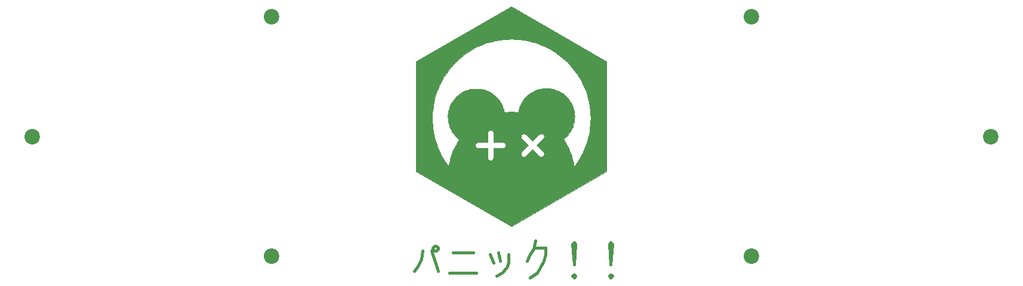
<source format=gbr>
%TF.GenerationSoftware,KiCad,Pcbnew,(6.0.4-0)*%
%TF.CreationDate,2023-01-08T13:34:09-06:00*%
%TF.ProjectId,babbit_bottom,62616262-6974-45f6-926f-74746f6d2e6b,rev?*%
%TF.SameCoordinates,Original*%
%TF.FileFunction,Soldermask,Top*%
%TF.FilePolarity,Negative*%
%FSLAX46Y46*%
G04 Gerber Fmt 4.6, Leading zero omitted, Abs format (unit mm)*
G04 Created by KiCad (PCBNEW (6.0.4-0)) date 2023-01-08 13:34:09*
%MOMM*%
%LPD*%
G01*
G04 APERTURE LIST*
%ADD10C,0.400000*%
%ADD11C,0.025000*%
%ADD12C,2.200000*%
G04 APERTURE END LIST*
D10*
X128619047Y-90214285D02*
X129571428Y-93071428D01*
X127428571Y-90214285D02*
X127190476Y-91404761D01*
X126714285Y-92357142D01*
X126238095Y-93071428D01*
X129095238Y-89500000D02*
X129333333Y-89500000D01*
X129571428Y-89738095D01*
X129571428Y-89976190D01*
X129333333Y-90214285D01*
X129095238Y-90214285D01*
X128857142Y-89976190D01*
X128857142Y-89738095D01*
X129095238Y-89500000D01*
X131714285Y-90452380D02*
X134571428Y-90452380D01*
X131238095Y-93309523D02*
X135047619Y-93309523D01*
X136952380Y-90690476D02*
X137428571Y-91880952D01*
X138142857Y-90452380D02*
X138380952Y-91642857D01*
X139571428Y-90690476D02*
X139571428Y-91880952D01*
X139333333Y-92595238D01*
X138619047Y-93309523D01*
X137904761Y-93785714D01*
X143380952Y-88785714D02*
X143142857Y-89976190D01*
X142666666Y-90690476D01*
X142190476Y-91642857D01*
X143380952Y-89738095D02*
X144809523Y-89738095D01*
X144809523Y-90690476D01*
X144571428Y-91642857D01*
X144095238Y-92595238D01*
X143619047Y-93309523D01*
X142666666Y-94023809D01*
X148857142Y-93547619D02*
X149095238Y-93785714D01*
X148857142Y-94023809D01*
X148619047Y-93785714D01*
X148857142Y-93547619D01*
X148857142Y-94023809D01*
X148857142Y-92119047D02*
X148619047Y-89261904D01*
X148857142Y-89023809D01*
X149095238Y-89261904D01*
X148857142Y-92119047D01*
X148857142Y-89023809D01*
X154095238Y-93547619D02*
X154333333Y-93785714D01*
X154095238Y-94023809D01*
X153857142Y-93785714D01*
X154095238Y-93547619D01*
X154095238Y-94023809D01*
X154095238Y-92119047D02*
X153857142Y-89261904D01*
X154095238Y-89023809D01*
X154333333Y-89261904D01*
X154095238Y-92119047D01*
X154095238Y-89023809D01*
D11*
G36*
X139991186Y-55568816D02*
G01*
X153495947Y-63365793D01*
X153495954Y-78959768D01*
X139991175Y-86756750D01*
X126486412Y-78959772D01*
X126486409Y-71404874D01*
X128755045Y-71404874D01*
X128765304Y-71889017D01*
X128795804Y-72367949D01*
X128846132Y-72841256D01*
X128915871Y-73308523D01*
X129004607Y-73769336D01*
X129111925Y-74223280D01*
X129237411Y-74669940D01*
X129380649Y-75108901D01*
X129541226Y-75539749D01*
X129718725Y-75962068D01*
X129912733Y-76375444D01*
X130122834Y-76779462D01*
X130348614Y-77173708D01*
X130589657Y-77557766D01*
X130845550Y-77931222D01*
X131115877Y-78293661D01*
X131154099Y-78028897D01*
X131199999Y-77766685D01*
X131253457Y-77507141D01*
X131314356Y-77250385D01*
X131382578Y-76996534D01*
X131458003Y-76745708D01*
X131540513Y-76498025D01*
X131629990Y-76253603D01*
X131726315Y-76012561D01*
X131829371Y-75775016D01*
X131939039Y-75541088D01*
X132055199Y-75310894D01*
X132102886Y-75222810D01*
X134835394Y-75222810D01*
X134835918Y-75244036D01*
X134837472Y-75264992D01*
X134840033Y-75285654D01*
X134843576Y-75305997D01*
X134848075Y-75325995D01*
X134853507Y-75345625D01*
X134859846Y-75364862D01*
X134867068Y-75383681D01*
X134875148Y-75402058D01*
X134884061Y-75419967D01*
X134893784Y-75437385D01*
X134904290Y-75454285D01*
X134915556Y-75470644D01*
X134927556Y-75486438D01*
X134940267Y-75501640D01*
X134953662Y-75516227D01*
X134967719Y-75530174D01*
X134982411Y-75543457D01*
X134997714Y-75556050D01*
X135013605Y-75567928D01*
X135030056Y-75579068D01*
X135047045Y-75589444D01*
X135064547Y-75599033D01*
X135082536Y-75607808D01*
X135100989Y-75615745D01*
X135119880Y-75622821D01*
X135139184Y-75629009D01*
X135158878Y-75634286D01*
X135178936Y-75638626D01*
X135199333Y-75642005D01*
X135220046Y-75644399D01*
X135241049Y-75645782D01*
X135241049Y-75646145D01*
X136584673Y-75646145D01*
X136584673Y-76989765D01*
X136585031Y-76989765D01*
X136586415Y-77010768D01*
X136588808Y-77031481D01*
X136592188Y-77051879D01*
X136596528Y-77071937D01*
X136601805Y-77091631D01*
X136607993Y-77110935D01*
X136615069Y-77129826D01*
X136623006Y-77148279D01*
X136631781Y-77166268D01*
X136641370Y-77183770D01*
X136651746Y-77200759D01*
X136662886Y-77217211D01*
X136674765Y-77233101D01*
X136687358Y-77248404D01*
X136700640Y-77263096D01*
X136714587Y-77277153D01*
X136729174Y-77290548D01*
X136744377Y-77303259D01*
X136760170Y-77315259D01*
X136776530Y-77326525D01*
X136793431Y-77337031D01*
X136810848Y-77346753D01*
X136828757Y-77355666D01*
X136847134Y-77363746D01*
X136865953Y-77370968D01*
X136885190Y-77377307D01*
X136904820Y-77382739D01*
X136924819Y-77387238D01*
X136945161Y-77390781D01*
X136965823Y-77393341D01*
X136986779Y-77394896D01*
X137008005Y-77395420D01*
X137029230Y-77394896D01*
X137050186Y-77393341D01*
X137070847Y-77390781D01*
X137091189Y-77387238D01*
X137111187Y-77382739D01*
X137130817Y-77377307D01*
X137150053Y-77370968D01*
X137168872Y-77363746D01*
X137187248Y-77355666D01*
X137205157Y-77346753D01*
X137222574Y-77337031D01*
X137239475Y-77326525D01*
X137255834Y-77315259D01*
X137271627Y-77303259D01*
X137286829Y-77290548D01*
X137301416Y-77277153D01*
X137315363Y-77263096D01*
X137328646Y-77248404D01*
X137341238Y-77233101D01*
X137353117Y-77217211D01*
X137364257Y-77200759D01*
X137374633Y-77183770D01*
X137384221Y-77166268D01*
X137392997Y-77148279D01*
X137400934Y-77129826D01*
X137408009Y-77110935D01*
X137414198Y-77091631D01*
X137419475Y-77071937D01*
X137423815Y-77051879D01*
X137427194Y-77031481D01*
X137429588Y-77010768D01*
X137430971Y-76989765D01*
X137431334Y-76989765D01*
X137431334Y-76467978D01*
X141314240Y-76467978D01*
X141315082Y-76487765D01*
X141316845Y-76507503D01*
X141319527Y-76527156D01*
X141323128Y-76546690D01*
X141327650Y-76566069D01*
X141333091Y-76585260D01*
X141339452Y-76604226D01*
X141346732Y-76622934D01*
X141354933Y-76641347D01*
X141364053Y-76659432D01*
X141374093Y-76677153D01*
X141385053Y-76694476D01*
X141396932Y-76711365D01*
X141409732Y-76727786D01*
X141423451Y-76743703D01*
X141438089Y-76759082D01*
X141453468Y-76773721D01*
X141469386Y-76787440D01*
X141485807Y-76800239D01*
X141502696Y-76812118D01*
X141520018Y-76823077D01*
X141537740Y-76833117D01*
X141555825Y-76842237D01*
X141574238Y-76850437D01*
X141592946Y-76857718D01*
X141611913Y-76864079D01*
X141631103Y-76869520D01*
X141650483Y-76874041D01*
X141670017Y-76877643D01*
X141689670Y-76880325D01*
X141709407Y-76882087D01*
X141729194Y-76882929D01*
X141748996Y-76882852D01*
X141768777Y-76881854D01*
X141788502Y-76879938D01*
X141808138Y-76877101D01*
X141827648Y-76873345D01*
X141846998Y-76868669D01*
X141866154Y-76863073D01*
X141885079Y-76856557D01*
X141903739Y-76849122D01*
X141922100Y-76840767D01*
X141940126Y-76831492D01*
X141957783Y-76821297D01*
X141975035Y-76810183D01*
X141991848Y-76798149D01*
X142008186Y-76785195D01*
X142024015Y-76771322D01*
X142024081Y-76771387D01*
X142024145Y-76771452D01*
X142024271Y-76771581D01*
X142974359Y-75821499D01*
X143911943Y-76759082D01*
X143924440Y-76771581D01*
X143924506Y-76771517D01*
X143924571Y-76771452D01*
X143924635Y-76771387D01*
X143924666Y-76771354D01*
X143924696Y-76771322D01*
X143940526Y-76785195D01*
X143956865Y-76798149D01*
X143973678Y-76810183D01*
X143990931Y-76821297D01*
X144008588Y-76831492D01*
X144026614Y-76840767D01*
X144044975Y-76849122D01*
X144063636Y-76856557D01*
X144082562Y-76863073D01*
X144101717Y-76868669D01*
X144121068Y-76873345D01*
X144140578Y-76877101D01*
X144160214Y-76879938D01*
X144179939Y-76881854D01*
X144199721Y-76882852D01*
X144219522Y-76882929D01*
X144239309Y-76882087D01*
X144259046Y-76880325D01*
X144278699Y-76877643D01*
X144298233Y-76874041D01*
X144317613Y-76869520D01*
X144336803Y-76864079D01*
X144355770Y-76857718D01*
X144374477Y-76850437D01*
X144392891Y-76842237D01*
X144410976Y-76833117D01*
X144428697Y-76823077D01*
X144446020Y-76812118D01*
X144462909Y-76800239D01*
X144479329Y-76787440D01*
X144495247Y-76773721D01*
X144510626Y-76759082D01*
X144525264Y-76743703D01*
X144538983Y-76727786D01*
X144551782Y-76711365D01*
X144563661Y-76694476D01*
X144574621Y-76677153D01*
X144584661Y-76659432D01*
X144593781Y-76641347D01*
X144601981Y-76622934D01*
X144609262Y-76604226D01*
X144615623Y-76585260D01*
X144621064Y-76566069D01*
X144625585Y-76546690D01*
X144629187Y-76527156D01*
X144631869Y-76507503D01*
X144633631Y-76487765D01*
X144634473Y-76467978D01*
X144634396Y-76448177D01*
X144633399Y-76428396D01*
X144631482Y-76408670D01*
X144628646Y-76389035D01*
X144624889Y-76369525D01*
X144620213Y-76350174D01*
X144614618Y-76331019D01*
X144608102Y-76312094D01*
X144600667Y-76293433D01*
X144592312Y-76275072D01*
X144583037Y-76257046D01*
X144572843Y-76239389D01*
X144561728Y-76222137D01*
X144549694Y-76205324D01*
X144536741Y-76188986D01*
X144522867Y-76173156D01*
X144523127Y-76172897D01*
X144510626Y-76160398D01*
X143573038Y-75222814D01*
X144510626Y-74285230D01*
X144523127Y-74272731D01*
X144523061Y-74272665D01*
X144522997Y-74272600D01*
X144522867Y-74272472D01*
X144536741Y-74256643D01*
X144549694Y-74240304D01*
X144561728Y-74223491D01*
X144572843Y-74206239D01*
X144583037Y-74188582D01*
X144592312Y-74170556D01*
X144600667Y-74152195D01*
X144608102Y-74133535D01*
X144614618Y-74114609D01*
X144620213Y-74095454D01*
X144624889Y-74076104D01*
X144628646Y-74056594D01*
X144631482Y-74036958D01*
X144633399Y-74017232D01*
X144634396Y-73997451D01*
X144634473Y-73977650D01*
X144633631Y-73957863D01*
X144631869Y-73938126D01*
X144629187Y-73918473D01*
X144625585Y-73898939D01*
X144621064Y-73879559D01*
X144615623Y-73860369D01*
X144609262Y-73841402D01*
X144601981Y-73822695D01*
X144593781Y-73804281D01*
X144584661Y-73786196D01*
X144574621Y-73768475D01*
X144563661Y-73751152D01*
X144551782Y-73734263D01*
X144538983Y-73717842D01*
X144525264Y-73701925D01*
X144510626Y-73686546D01*
X144495246Y-73671907D01*
X144479329Y-73658188D01*
X144462908Y-73645389D01*
X144446018Y-73633509D01*
X144428696Y-73622550D01*
X144410974Y-73612510D01*
X144392889Y-73603389D01*
X144374476Y-73595189D01*
X144355768Y-73587908D01*
X144336802Y-73581547D01*
X144317611Y-73576106D01*
X144298231Y-73571585D01*
X144278698Y-73567983D01*
X144259045Y-73565301D01*
X144239307Y-73563539D01*
X144219521Y-73562697D01*
X144199719Y-73562774D01*
X144179938Y-73563771D01*
X144160213Y-73565688D01*
X144140577Y-73568524D01*
X144121067Y-73572280D01*
X144101717Y-73576956D01*
X144082561Y-73582552D01*
X144063636Y-73589068D01*
X144044975Y-73596503D01*
X144026614Y-73604858D01*
X144008587Y-73614132D01*
X143990930Y-73624326D01*
X143973678Y-73635440D01*
X143956865Y-73647474D01*
X143940526Y-73660428D01*
X143924696Y-73674301D01*
X143924569Y-73674172D01*
X143924504Y-73674107D01*
X143924471Y-73674075D01*
X143924437Y-73674043D01*
X143912313Y-73686176D01*
X143912220Y-73686269D01*
X143912129Y-73686361D01*
X143911947Y-73686546D01*
X142974359Y-74624130D01*
X142036776Y-73686542D01*
X142024271Y-73674043D01*
X142024015Y-73674301D01*
X142008186Y-73660427D01*
X141991848Y-73647474D01*
X141975035Y-73635440D01*
X141957783Y-73624325D01*
X141940126Y-73614131D01*
X141922100Y-73604856D01*
X141903739Y-73596501D01*
X141885079Y-73589066D01*
X141866154Y-73582550D01*
X141846998Y-73576955D01*
X141827648Y-73572279D01*
X141808138Y-73568522D01*
X141788502Y-73565686D01*
X141768777Y-73563769D01*
X141748996Y-73562772D01*
X141729194Y-73562695D01*
X141709407Y-73563537D01*
X141689670Y-73565299D01*
X141670017Y-73567981D01*
X141650483Y-73571583D01*
X141631103Y-73576104D01*
X141611913Y-73581545D01*
X141592946Y-73587906D01*
X141574238Y-73595187D01*
X141555825Y-73603387D01*
X141537740Y-73612507D01*
X141520018Y-73622547D01*
X141502696Y-73633507D01*
X141485807Y-73645386D01*
X141469386Y-73658185D01*
X141453468Y-73671904D01*
X141438089Y-73686542D01*
X141423451Y-73701922D01*
X141409732Y-73717839D01*
X141396932Y-73734260D01*
X141385053Y-73751150D01*
X141374093Y-73768472D01*
X141364053Y-73786194D01*
X141354933Y-73804279D01*
X141346732Y-73822693D01*
X141339452Y-73841400D01*
X141333091Y-73860367D01*
X141327650Y-73879557D01*
X141323128Y-73898937D01*
X141319527Y-73918471D01*
X141316845Y-73938124D01*
X141315082Y-73957861D01*
X141314240Y-73977648D01*
X141314317Y-73997450D01*
X141315314Y-74017231D01*
X141317231Y-74036956D01*
X141320068Y-74056592D01*
X141323824Y-74076102D01*
X141328500Y-74095452D01*
X141334095Y-74114608D01*
X141340611Y-74133533D01*
X141348046Y-74152194D01*
X141356401Y-74170555D01*
X141365675Y-74188581D01*
X141375870Y-74206238D01*
X141386984Y-74223490D01*
X141399018Y-74240304D01*
X141411971Y-74256642D01*
X141425844Y-74272472D01*
X141425589Y-74272728D01*
X141438089Y-74285226D01*
X142375673Y-75222814D01*
X141425592Y-76172897D01*
X141425844Y-76173156D01*
X141411971Y-76188986D01*
X141399018Y-76205324D01*
X141386984Y-76222137D01*
X141375870Y-76239389D01*
X141365675Y-76257046D01*
X141356401Y-76275072D01*
X141348046Y-76293433D01*
X141340611Y-76312094D01*
X141334095Y-76331019D01*
X141328500Y-76350174D01*
X141323824Y-76369525D01*
X141320068Y-76389035D01*
X141317231Y-76408670D01*
X141315314Y-76428396D01*
X141314317Y-76448177D01*
X141314240Y-76467978D01*
X137431334Y-76467978D01*
X137431334Y-75646145D01*
X138774958Y-75646145D01*
X138774958Y-75645782D01*
X138795960Y-75644399D01*
X138816673Y-75642005D01*
X138837071Y-75638626D01*
X138857129Y-75634286D01*
X138876822Y-75629009D01*
X138896127Y-75622821D01*
X138915018Y-75615745D01*
X138933470Y-75607808D01*
X138951459Y-75599033D01*
X138968961Y-75589444D01*
X138985950Y-75579068D01*
X139002402Y-75567928D01*
X139018292Y-75556050D01*
X139033595Y-75543457D01*
X139048288Y-75530174D01*
X139062344Y-75516227D01*
X139075740Y-75501640D01*
X139088450Y-75486438D01*
X139100451Y-75470644D01*
X139111716Y-75454285D01*
X139122223Y-75437385D01*
X139131945Y-75419967D01*
X139140858Y-75402058D01*
X139148939Y-75383681D01*
X139156161Y-75364862D01*
X139162500Y-75345625D01*
X139167931Y-75325995D01*
X139172431Y-75305997D01*
X139175973Y-75285654D01*
X139178534Y-75264992D01*
X139180089Y-75244036D01*
X139180613Y-75222810D01*
X139180089Y-75201585D01*
X139178534Y-75180628D01*
X139175973Y-75159967D01*
X139172431Y-75139624D01*
X139167931Y-75119626D01*
X139162500Y-75099995D01*
X139156161Y-75080758D01*
X139148939Y-75061939D01*
X139140858Y-75043563D01*
X139131945Y-75025654D01*
X139122223Y-75008236D01*
X139111716Y-74991336D01*
X139100451Y-74974976D01*
X139088450Y-74959183D01*
X139075740Y-74943981D01*
X139062344Y-74929393D01*
X139048288Y-74915446D01*
X139033595Y-74902164D01*
X139018292Y-74889571D01*
X139002402Y-74877693D01*
X138985950Y-74866553D01*
X138968961Y-74856176D01*
X138951459Y-74846588D01*
X138933470Y-74837813D01*
X138915018Y-74829875D01*
X138896127Y-74822800D01*
X138876822Y-74816612D01*
X138857129Y-74811335D01*
X138837071Y-74806995D01*
X138816673Y-74803615D01*
X138795960Y-74801222D01*
X138774958Y-74799839D01*
X138774958Y-74799480D01*
X138757803Y-74799484D01*
X137431334Y-74799484D01*
X137431334Y-73455856D01*
X137430975Y-73455856D01*
X137429592Y-73434853D01*
X137427198Y-73414141D01*
X137423819Y-73393743D01*
X137419478Y-73373685D01*
X137414201Y-73353991D01*
X137408013Y-73334687D01*
X137400937Y-73315796D01*
X137393000Y-73297343D01*
X137384224Y-73279354D01*
X137374636Y-73261852D01*
X137364260Y-73244863D01*
X137353120Y-73228411D01*
X137341241Y-73212521D01*
X137328648Y-73197217D01*
X137315365Y-73182525D01*
X137301418Y-73168469D01*
X137286831Y-73155073D01*
X137271628Y-73142362D01*
X137255835Y-73130362D01*
X137239476Y-73119096D01*
X137222575Y-73108590D01*
X137205158Y-73098867D01*
X137187249Y-73089954D01*
X137168873Y-73081873D01*
X137150054Y-73074651D01*
X137130817Y-73068312D01*
X137111187Y-73062881D01*
X137091189Y-73058381D01*
X137070847Y-73054839D01*
X137050186Y-73052278D01*
X137029230Y-73050723D01*
X137008005Y-73050199D01*
X136986779Y-73050723D01*
X136965823Y-73052278D01*
X136945161Y-73054839D01*
X136924819Y-73058381D01*
X136904820Y-73062881D01*
X136885190Y-73068312D01*
X136865953Y-73074651D01*
X136847134Y-73081873D01*
X136828757Y-73089954D01*
X136810848Y-73098867D01*
X136793431Y-73108590D01*
X136776530Y-73119096D01*
X136760170Y-73130362D01*
X136744377Y-73142362D01*
X136729174Y-73155073D01*
X136714587Y-73168469D01*
X136700640Y-73182525D01*
X136687358Y-73197217D01*
X136674765Y-73212521D01*
X136662886Y-73228411D01*
X136651746Y-73244863D01*
X136641370Y-73261852D01*
X136631781Y-73279354D01*
X136623006Y-73297343D01*
X136615069Y-73315796D01*
X136607993Y-73334687D01*
X136601805Y-73353991D01*
X136596528Y-73373685D01*
X136592188Y-73393743D01*
X136588808Y-73414141D01*
X136586415Y-73434853D01*
X136585031Y-73455856D01*
X136584673Y-73455856D01*
X136584673Y-74799480D01*
X135241049Y-74799480D01*
X135241049Y-74799843D01*
X135220046Y-74801226D01*
X135199333Y-74803619D01*
X135178935Y-74806999D01*
X135158877Y-74811339D01*
X135139183Y-74816616D01*
X135119878Y-74822804D01*
X135100987Y-74829879D01*
X135082535Y-74837817D01*
X135064545Y-74846592D01*
X135047044Y-74856180D01*
X135030055Y-74866556D01*
X135013603Y-74877696D01*
X134997713Y-74889575D01*
X134982409Y-74902168D01*
X134967717Y-74915450D01*
X134953661Y-74929397D01*
X134940265Y-74943984D01*
X134927555Y-74959186D01*
X134915555Y-74974979D01*
X134904289Y-74991339D01*
X134893783Y-75008239D01*
X134884061Y-75025656D01*
X134875147Y-75043565D01*
X134867067Y-75061942D01*
X134859845Y-75080760D01*
X134853506Y-75099997D01*
X134848075Y-75119627D01*
X134843576Y-75139625D01*
X134840033Y-75159968D01*
X134837472Y-75180629D01*
X134835918Y-75201585D01*
X134835394Y-75222810D01*
X132102886Y-75222810D01*
X132177735Y-75084554D01*
X132306527Y-74862185D01*
X132441457Y-74643906D01*
X132582407Y-74429836D01*
X132404229Y-74287537D01*
X132234514Y-74135541D01*
X132073680Y-73974265D01*
X131922146Y-73804129D01*
X131780331Y-73625549D01*
X131648652Y-73438946D01*
X131527528Y-73244737D01*
X131417377Y-73043340D01*
X131318619Y-72835175D01*
X131231671Y-72620659D01*
X131156951Y-72400211D01*
X131094879Y-72174249D01*
X131045872Y-71943193D01*
X131010349Y-71707459D01*
X130988728Y-71467467D01*
X130981428Y-71223636D01*
X130981426Y-71223636D01*
X130986650Y-71017291D01*
X131002151Y-70813644D01*
X131027678Y-70612946D01*
X131062978Y-70415452D01*
X131107798Y-70221412D01*
X131161886Y-70031081D01*
X131224988Y-69844711D01*
X131296852Y-69662554D01*
X131377226Y-69484864D01*
X131465856Y-69311892D01*
X131562490Y-69143892D01*
X131666876Y-68981117D01*
X131778760Y-68823818D01*
X131897890Y-68672249D01*
X132024013Y-68526663D01*
X132156876Y-68387312D01*
X132296228Y-68254448D01*
X132441814Y-68128325D01*
X132593383Y-68009195D01*
X132750682Y-67897311D01*
X132913457Y-67792926D01*
X133081457Y-67696292D01*
X133254429Y-67607661D01*
X133432119Y-67527288D01*
X133614276Y-67455424D01*
X133800646Y-67392321D01*
X133990977Y-67338234D01*
X134185016Y-67293414D01*
X134382511Y-67258114D01*
X134583208Y-67232587D01*
X134786855Y-67217086D01*
X134993200Y-67211862D01*
X135178601Y-67216077D01*
X135361848Y-67228600D01*
X135542758Y-67249247D01*
X135721148Y-67277836D01*
X135896835Y-67314184D01*
X136069636Y-67358108D01*
X136239369Y-67409425D01*
X136405850Y-67467952D01*
X136568896Y-67533506D01*
X136728325Y-67605904D01*
X136883954Y-67684964D01*
X137035599Y-67770502D01*
X137183078Y-67862335D01*
X137326208Y-67960281D01*
X137464805Y-68064156D01*
X137598687Y-68173778D01*
X137727671Y-68288963D01*
X137851574Y-68409529D01*
X137970213Y-68535293D01*
X138083406Y-68666071D01*
X138190968Y-68801682D01*
X138292717Y-68941941D01*
X138388471Y-69086666D01*
X138478046Y-69235674D01*
X138561260Y-69388783D01*
X138637929Y-69545808D01*
X138707870Y-69706568D01*
X138770901Y-69870879D01*
X138826839Y-70038558D01*
X138875500Y-70209423D01*
X138916702Y-70383290D01*
X138950262Y-70559976D01*
X139078596Y-70546026D01*
X139207465Y-70533894D01*
X139336856Y-70523592D01*
X139466755Y-70515134D01*
X139597150Y-70508532D01*
X139728028Y-70503801D01*
X139859375Y-70500952D01*
X139991178Y-70500000D01*
X139991182Y-70500000D01*
X140114089Y-70500828D01*
X140236600Y-70503305D01*
X140358705Y-70507421D01*
X140480393Y-70513165D01*
X140601653Y-70520526D01*
X140722475Y-70529495D01*
X140842849Y-70540059D01*
X140962763Y-70552210D01*
X140994341Y-70373081D01*
X141033757Y-70196772D01*
X141080825Y-70023469D01*
X141135354Y-69853361D01*
X141197158Y-69686635D01*
X141266049Y-69523480D01*
X141341837Y-69364084D01*
X141424336Y-69208636D01*
X141513357Y-69057322D01*
X141608711Y-68910331D01*
X141710212Y-68767852D01*
X141817670Y-68630072D01*
X141930898Y-68497180D01*
X142049708Y-68369363D01*
X142173911Y-68246810D01*
X142303319Y-68129709D01*
X142437745Y-68018247D01*
X142577000Y-67912613D01*
X142720896Y-67812996D01*
X142869245Y-67719582D01*
X143021859Y-67632561D01*
X143178550Y-67552120D01*
X143339130Y-67478447D01*
X143503410Y-67411731D01*
X143671203Y-67352159D01*
X143842321Y-67299920D01*
X144016575Y-67255202D01*
X144193777Y-67218192D01*
X144373740Y-67189080D01*
X144556275Y-67168052D01*
X144741194Y-67155298D01*
X144928308Y-67151004D01*
X145134653Y-67156228D01*
X145338300Y-67171729D01*
X145538998Y-67197256D01*
X145736492Y-67232556D01*
X145930531Y-67277376D01*
X146120862Y-67331464D01*
X146307232Y-67394566D01*
X146489389Y-67466430D01*
X146667079Y-67546804D01*
X146840050Y-67635434D01*
X147008050Y-67732068D01*
X147170826Y-67836453D01*
X147328124Y-67948337D01*
X147479693Y-68067467D01*
X147625279Y-68193590D01*
X147764631Y-68326454D01*
X147897494Y-68465805D01*
X148023617Y-68611392D01*
X148142747Y-68762960D01*
X148254631Y-68920259D01*
X148359017Y-69083035D01*
X148455651Y-69251034D01*
X148544281Y-69424006D01*
X148624655Y-69601696D01*
X148696519Y-69783853D01*
X148759621Y-69970223D01*
X148813709Y-70160554D01*
X148858529Y-70354594D01*
X148893829Y-70552089D01*
X148919356Y-70752786D01*
X148934857Y-70956434D01*
X148940081Y-71162779D01*
X148932843Y-71405566D01*
X148911407Y-71644548D01*
X148876184Y-71879312D01*
X148827588Y-72109445D01*
X148766033Y-72334534D01*
X148691930Y-72554166D01*
X148605693Y-72767927D01*
X148507735Y-72975405D01*
X148398469Y-73176187D01*
X148278308Y-73369859D01*
X148147665Y-73556009D01*
X148006953Y-73734224D01*
X147856586Y-73904091D01*
X147696976Y-74065196D01*
X147528536Y-74217127D01*
X147351679Y-74359470D01*
X147497521Y-74576586D01*
X147637129Y-74798126D01*
X147770377Y-75023963D01*
X147897138Y-75253973D01*
X148017286Y-75488030D01*
X148130697Y-75726006D01*
X148237243Y-75967776D01*
X148336799Y-76213215D01*
X148429238Y-76462196D01*
X148514436Y-76714593D01*
X148592265Y-76970281D01*
X148662601Y-77229133D01*
X148725316Y-77491023D01*
X148780286Y-77755826D01*
X148827384Y-78023415D01*
X148866484Y-78293665D01*
X149136811Y-77931226D01*
X149392704Y-77557770D01*
X149633748Y-77173711D01*
X149859528Y-76779466D01*
X150069630Y-76375447D01*
X150263638Y-75962071D01*
X150441137Y-75539751D01*
X150601714Y-75108903D01*
X150744953Y-74669942D01*
X150870439Y-74223281D01*
X150977757Y-73769337D01*
X151066494Y-73308524D01*
X151136233Y-72841256D01*
X151186560Y-72367949D01*
X151217061Y-71889017D01*
X151227320Y-71404874D01*
X151212690Y-70826946D01*
X151169274Y-70256571D01*
X151097778Y-69694460D01*
X150998910Y-69141319D01*
X150873379Y-68597855D01*
X150721891Y-68064778D01*
X150545155Y-67542794D01*
X150343878Y-67032611D01*
X150118769Y-66534938D01*
X149870534Y-66050481D01*
X149599882Y-65579948D01*
X149307520Y-65124048D01*
X148994156Y-64683488D01*
X148660498Y-64258975D01*
X148307254Y-63851218D01*
X147935131Y-63460924D01*
X147544837Y-63088801D01*
X147137080Y-62735557D01*
X146712567Y-62401899D01*
X146272007Y-62088536D01*
X145816107Y-61796174D01*
X145345574Y-61525522D01*
X144861117Y-61277287D01*
X144363444Y-61052178D01*
X143853261Y-60850901D01*
X143331277Y-60674166D01*
X142798200Y-60522678D01*
X142254737Y-60397147D01*
X141701596Y-60298279D01*
X141139485Y-60226783D01*
X140569111Y-60183367D01*
X139991182Y-60168737D01*
X139413254Y-60183367D01*
X138842880Y-60226783D01*
X138280769Y-60298279D01*
X137727628Y-60397147D01*
X137184165Y-60522678D01*
X136651087Y-60674166D01*
X136129103Y-60850901D01*
X135618921Y-61052178D01*
X135121247Y-61277287D01*
X134636790Y-61525522D01*
X134166258Y-61796174D01*
X133710358Y-62088536D01*
X133269797Y-62401899D01*
X132845285Y-62735557D01*
X132437528Y-63088801D01*
X132047234Y-63460924D01*
X131675111Y-63851218D01*
X131321866Y-64258975D01*
X130988208Y-64683488D01*
X130674845Y-65124048D01*
X130382483Y-65579948D01*
X130111831Y-66050481D01*
X129863596Y-66534938D01*
X129638486Y-67032611D01*
X129437210Y-67542794D01*
X129260474Y-68064778D01*
X129108986Y-68597855D01*
X128983455Y-69141319D01*
X128884587Y-69694460D01*
X128813091Y-70256571D01*
X128769674Y-70826946D01*
X128755045Y-71404874D01*
X126486409Y-71404874D01*
X126486406Y-63365799D01*
X139991186Y-55568816D01*
G37*
X139991186Y-55568816D02*
X153495947Y-63365793D01*
X153495954Y-78959768D01*
X139991175Y-86756750D01*
X126486412Y-78959772D01*
X126486409Y-71404874D01*
X128755045Y-71404874D01*
X128765304Y-71889017D01*
X128795804Y-72367949D01*
X128846132Y-72841256D01*
X128915871Y-73308523D01*
X129004607Y-73769336D01*
X129111925Y-74223280D01*
X129237411Y-74669940D01*
X129380649Y-75108901D01*
X129541226Y-75539749D01*
X129718725Y-75962068D01*
X129912733Y-76375444D01*
X130122834Y-76779462D01*
X130348614Y-77173708D01*
X130589657Y-77557766D01*
X130845550Y-77931222D01*
X131115877Y-78293661D01*
X131154099Y-78028897D01*
X131199999Y-77766685D01*
X131253457Y-77507141D01*
X131314356Y-77250385D01*
X131382578Y-76996534D01*
X131458003Y-76745708D01*
X131540513Y-76498025D01*
X131629990Y-76253603D01*
X131726315Y-76012561D01*
X131829371Y-75775016D01*
X131939039Y-75541088D01*
X132055199Y-75310894D01*
X132102886Y-75222810D01*
X134835394Y-75222810D01*
X134835918Y-75244036D01*
X134837472Y-75264992D01*
X134840033Y-75285654D01*
X134843576Y-75305997D01*
X134848075Y-75325995D01*
X134853507Y-75345625D01*
X134859846Y-75364862D01*
X134867068Y-75383681D01*
X134875148Y-75402058D01*
X134884061Y-75419967D01*
X134893784Y-75437385D01*
X134904290Y-75454285D01*
X134915556Y-75470644D01*
X134927556Y-75486438D01*
X134940267Y-75501640D01*
X134953662Y-75516227D01*
X134967719Y-75530174D01*
X134982411Y-75543457D01*
X134997714Y-75556050D01*
X135013605Y-75567928D01*
X135030056Y-75579068D01*
X135047045Y-75589444D01*
X135064547Y-75599033D01*
X135082536Y-75607808D01*
X135100989Y-75615745D01*
X135119880Y-75622821D01*
X135139184Y-75629009D01*
X135158878Y-75634286D01*
X135178936Y-75638626D01*
X135199333Y-75642005D01*
X135220046Y-75644399D01*
X135241049Y-75645782D01*
X135241049Y-75646145D01*
X136584673Y-75646145D01*
X136584673Y-76989765D01*
X136585031Y-76989765D01*
X136586415Y-77010768D01*
X136588808Y-77031481D01*
X136592188Y-77051879D01*
X136596528Y-77071937D01*
X136601805Y-77091631D01*
X136607993Y-77110935D01*
X136615069Y-77129826D01*
X136623006Y-77148279D01*
X136631781Y-77166268D01*
X136641370Y-77183770D01*
X136651746Y-77200759D01*
X136662886Y-77217211D01*
X136674765Y-77233101D01*
X136687358Y-77248404D01*
X136700640Y-77263096D01*
X136714587Y-77277153D01*
X136729174Y-77290548D01*
X136744377Y-77303259D01*
X136760170Y-77315259D01*
X136776530Y-77326525D01*
X136793431Y-77337031D01*
X136810848Y-77346753D01*
X136828757Y-77355666D01*
X136847134Y-77363746D01*
X136865953Y-77370968D01*
X136885190Y-77377307D01*
X136904820Y-77382739D01*
X136924819Y-77387238D01*
X136945161Y-77390781D01*
X136965823Y-77393341D01*
X136986779Y-77394896D01*
X137008005Y-77395420D01*
X137029230Y-77394896D01*
X137050186Y-77393341D01*
X137070847Y-77390781D01*
X137091189Y-77387238D01*
X137111187Y-77382739D01*
X137130817Y-77377307D01*
X137150053Y-77370968D01*
X137168872Y-77363746D01*
X137187248Y-77355666D01*
X137205157Y-77346753D01*
X137222574Y-77337031D01*
X137239475Y-77326525D01*
X137255834Y-77315259D01*
X137271627Y-77303259D01*
X137286829Y-77290548D01*
X137301416Y-77277153D01*
X137315363Y-77263096D01*
X137328646Y-77248404D01*
X137341238Y-77233101D01*
X137353117Y-77217211D01*
X137364257Y-77200759D01*
X137374633Y-77183770D01*
X137384221Y-77166268D01*
X137392997Y-77148279D01*
X137400934Y-77129826D01*
X137408009Y-77110935D01*
X137414198Y-77091631D01*
X137419475Y-77071937D01*
X137423815Y-77051879D01*
X137427194Y-77031481D01*
X137429588Y-77010768D01*
X137430971Y-76989765D01*
X137431334Y-76989765D01*
X137431334Y-76467978D01*
X141314240Y-76467978D01*
X141315082Y-76487765D01*
X141316845Y-76507503D01*
X141319527Y-76527156D01*
X141323128Y-76546690D01*
X141327650Y-76566069D01*
X141333091Y-76585260D01*
X141339452Y-76604226D01*
X141346732Y-76622934D01*
X141354933Y-76641347D01*
X141364053Y-76659432D01*
X141374093Y-76677153D01*
X141385053Y-76694476D01*
X141396932Y-76711365D01*
X141409732Y-76727786D01*
X141423451Y-76743703D01*
X141438089Y-76759082D01*
X141453468Y-76773721D01*
X141469386Y-76787440D01*
X141485807Y-76800239D01*
X141502696Y-76812118D01*
X141520018Y-76823077D01*
X141537740Y-76833117D01*
X141555825Y-76842237D01*
X141574238Y-76850437D01*
X141592946Y-76857718D01*
X141611913Y-76864079D01*
X141631103Y-76869520D01*
X141650483Y-76874041D01*
X141670017Y-76877643D01*
X141689670Y-76880325D01*
X141709407Y-76882087D01*
X141729194Y-76882929D01*
X141748996Y-76882852D01*
X141768777Y-76881854D01*
X141788502Y-76879938D01*
X141808138Y-76877101D01*
X141827648Y-76873345D01*
X141846998Y-76868669D01*
X141866154Y-76863073D01*
X141885079Y-76856557D01*
X141903739Y-76849122D01*
X141922100Y-76840767D01*
X141940126Y-76831492D01*
X141957783Y-76821297D01*
X141975035Y-76810183D01*
X141991848Y-76798149D01*
X142008186Y-76785195D01*
X142024015Y-76771322D01*
X142024081Y-76771387D01*
X142024145Y-76771452D01*
X142024271Y-76771581D01*
X142974359Y-75821499D01*
X143911943Y-76759082D01*
X143924440Y-76771581D01*
X143924506Y-76771517D01*
X143924571Y-76771452D01*
X143924635Y-76771387D01*
X143924666Y-76771354D01*
X143924696Y-76771322D01*
X143940526Y-76785195D01*
X143956865Y-76798149D01*
X143973678Y-76810183D01*
X143990931Y-76821297D01*
X144008588Y-76831492D01*
X144026614Y-76840767D01*
X144044975Y-76849122D01*
X144063636Y-76856557D01*
X144082562Y-76863073D01*
X144101717Y-76868669D01*
X144121068Y-76873345D01*
X144140578Y-76877101D01*
X144160214Y-76879938D01*
X144179939Y-76881854D01*
X144199721Y-76882852D01*
X144219522Y-76882929D01*
X144239309Y-76882087D01*
X144259046Y-76880325D01*
X144278699Y-76877643D01*
X144298233Y-76874041D01*
X144317613Y-76869520D01*
X144336803Y-76864079D01*
X144355770Y-76857718D01*
X144374477Y-76850437D01*
X144392891Y-76842237D01*
X144410976Y-76833117D01*
X144428697Y-76823077D01*
X144446020Y-76812118D01*
X144462909Y-76800239D01*
X144479329Y-76787440D01*
X144495247Y-76773721D01*
X144510626Y-76759082D01*
X144525264Y-76743703D01*
X144538983Y-76727786D01*
X144551782Y-76711365D01*
X144563661Y-76694476D01*
X144574621Y-76677153D01*
X144584661Y-76659432D01*
X144593781Y-76641347D01*
X144601981Y-76622934D01*
X144609262Y-76604226D01*
X144615623Y-76585260D01*
X144621064Y-76566069D01*
X144625585Y-76546690D01*
X144629187Y-76527156D01*
X144631869Y-76507503D01*
X144633631Y-76487765D01*
X144634473Y-76467978D01*
X144634396Y-76448177D01*
X144633399Y-76428396D01*
X144631482Y-76408670D01*
X144628646Y-76389035D01*
X144624889Y-76369525D01*
X144620213Y-76350174D01*
X144614618Y-76331019D01*
X144608102Y-76312094D01*
X144600667Y-76293433D01*
X144592312Y-76275072D01*
X144583037Y-76257046D01*
X144572843Y-76239389D01*
X144561728Y-76222137D01*
X144549694Y-76205324D01*
X144536741Y-76188986D01*
X144522867Y-76173156D01*
X144523127Y-76172897D01*
X144510626Y-76160398D01*
X143573038Y-75222814D01*
X144510626Y-74285230D01*
X144523127Y-74272731D01*
X144523061Y-74272665D01*
X144522997Y-74272600D01*
X144522867Y-74272472D01*
X144536741Y-74256643D01*
X144549694Y-74240304D01*
X144561728Y-74223491D01*
X144572843Y-74206239D01*
X144583037Y-74188582D01*
X144592312Y-74170556D01*
X144600667Y-74152195D01*
X144608102Y-74133535D01*
X144614618Y-74114609D01*
X144620213Y-74095454D01*
X144624889Y-74076104D01*
X144628646Y-74056594D01*
X144631482Y-74036958D01*
X144633399Y-74017232D01*
X144634396Y-73997451D01*
X144634473Y-73977650D01*
X144633631Y-73957863D01*
X144631869Y-73938126D01*
X144629187Y-73918473D01*
X144625585Y-73898939D01*
X144621064Y-73879559D01*
X144615623Y-73860369D01*
X144609262Y-73841402D01*
X144601981Y-73822695D01*
X144593781Y-73804281D01*
X144584661Y-73786196D01*
X144574621Y-73768475D01*
X144563661Y-73751152D01*
X144551782Y-73734263D01*
X144538983Y-73717842D01*
X144525264Y-73701925D01*
X144510626Y-73686546D01*
X144495246Y-73671907D01*
X144479329Y-73658188D01*
X144462908Y-73645389D01*
X144446018Y-73633509D01*
X144428696Y-73622550D01*
X144410974Y-73612510D01*
X144392889Y-73603389D01*
X144374476Y-73595189D01*
X144355768Y-73587908D01*
X144336802Y-73581547D01*
X144317611Y-73576106D01*
X144298231Y-73571585D01*
X144278698Y-73567983D01*
X144259045Y-73565301D01*
X144239307Y-73563539D01*
X144219521Y-73562697D01*
X144199719Y-73562774D01*
X144179938Y-73563771D01*
X144160213Y-73565688D01*
X144140577Y-73568524D01*
X144121067Y-73572280D01*
X144101717Y-73576956D01*
X144082561Y-73582552D01*
X144063636Y-73589068D01*
X144044975Y-73596503D01*
X144026614Y-73604858D01*
X144008587Y-73614132D01*
X143990930Y-73624326D01*
X143973678Y-73635440D01*
X143956865Y-73647474D01*
X143940526Y-73660428D01*
X143924696Y-73674301D01*
X143924569Y-73674172D01*
X143924504Y-73674107D01*
X143924471Y-73674075D01*
X143924437Y-73674043D01*
X143912313Y-73686176D01*
X143912220Y-73686269D01*
X143912129Y-73686361D01*
X143911947Y-73686546D01*
X142974359Y-74624130D01*
X142036776Y-73686542D01*
X142024271Y-73674043D01*
X142024015Y-73674301D01*
X142008186Y-73660427D01*
X141991848Y-73647474D01*
X141975035Y-73635440D01*
X141957783Y-73624325D01*
X141940126Y-73614131D01*
X141922100Y-73604856D01*
X141903739Y-73596501D01*
X141885079Y-73589066D01*
X141866154Y-73582550D01*
X141846998Y-73576955D01*
X141827648Y-73572279D01*
X141808138Y-73568522D01*
X141788502Y-73565686D01*
X141768777Y-73563769D01*
X141748996Y-73562772D01*
X141729194Y-73562695D01*
X141709407Y-73563537D01*
X141689670Y-73565299D01*
X141670017Y-73567981D01*
X141650483Y-73571583D01*
X141631103Y-73576104D01*
X141611913Y-73581545D01*
X141592946Y-73587906D01*
X141574238Y-73595187D01*
X141555825Y-73603387D01*
X141537740Y-73612507D01*
X141520018Y-73622547D01*
X141502696Y-73633507D01*
X141485807Y-73645386D01*
X141469386Y-73658185D01*
X141453468Y-73671904D01*
X141438089Y-73686542D01*
X141423451Y-73701922D01*
X141409732Y-73717839D01*
X141396932Y-73734260D01*
X141385053Y-73751150D01*
X141374093Y-73768472D01*
X141364053Y-73786194D01*
X141354933Y-73804279D01*
X141346732Y-73822693D01*
X141339452Y-73841400D01*
X141333091Y-73860367D01*
X141327650Y-73879557D01*
X141323128Y-73898937D01*
X141319527Y-73918471D01*
X141316845Y-73938124D01*
X141315082Y-73957861D01*
X141314240Y-73977648D01*
X141314317Y-73997450D01*
X141315314Y-74017231D01*
X141317231Y-74036956D01*
X141320068Y-74056592D01*
X141323824Y-74076102D01*
X141328500Y-74095452D01*
X141334095Y-74114608D01*
X141340611Y-74133533D01*
X141348046Y-74152194D01*
X141356401Y-74170555D01*
X141365675Y-74188581D01*
X141375870Y-74206238D01*
X141386984Y-74223490D01*
X141399018Y-74240304D01*
X141411971Y-74256642D01*
X141425844Y-74272472D01*
X141425589Y-74272728D01*
X141438089Y-74285226D01*
X142375673Y-75222814D01*
X141425592Y-76172897D01*
X141425844Y-76173156D01*
X141411971Y-76188986D01*
X141399018Y-76205324D01*
X141386984Y-76222137D01*
X141375870Y-76239389D01*
X141365675Y-76257046D01*
X141356401Y-76275072D01*
X141348046Y-76293433D01*
X141340611Y-76312094D01*
X141334095Y-76331019D01*
X141328500Y-76350174D01*
X141323824Y-76369525D01*
X141320068Y-76389035D01*
X141317231Y-76408670D01*
X141315314Y-76428396D01*
X141314317Y-76448177D01*
X141314240Y-76467978D01*
X137431334Y-76467978D01*
X137431334Y-75646145D01*
X138774958Y-75646145D01*
X138774958Y-75645782D01*
X138795960Y-75644399D01*
X138816673Y-75642005D01*
X138837071Y-75638626D01*
X138857129Y-75634286D01*
X138876822Y-75629009D01*
X138896127Y-75622821D01*
X138915018Y-75615745D01*
X138933470Y-75607808D01*
X138951459Y-75599033D01*
X138968961Y-75589444D01*
X138985950Y-75579068D01*
X139002402Y-75567928D01*
X139018292Y-75556050D01*
X139033595Y-75543457D01*
X139048288Y-75530174D01*
X139062344Y-75516227D01*
X139075740Y-75501640D01*
X139088450Y-75486438D01*
X139100451Y-75470644D01*
X139111716Y-75454285D01*
X139122223Y-75437385D01*
X139131945Y-75419967D01*
X139140858Y-75402058D01*
X139148939Y-75383681D01*
X139156161Y-75364862D01*
X139162500Y-75345625D01*
X139167931Y-75325995D01*
X139172431Y-75305997D01*
X139175973Y-75285654D01*
X139178534Y-75264992D01*
X139180089Y-75244036D01*
X139180613Y-75222810D01*
X139180089Y-75201585D01*
X139178534Y-75180628D01*
X139175973Y-75159967D01*
X139172431Y-75139624D01*
X139167931Y-75119626D01*
X139162500Y-75099995D01*
X139156161Y-75080758D01*
X139148939Y-75061939D01*
X139140858Y-75043563D01*
X139131945Y-75025654D01*
X139122223Y-75008236D01*
X139111716Y-74991336D01*
X139100451Y-74974976D01*
X139088450Y-74959183D01*
X139075740Y-74943981D01*
X139062344Y-74929393D01*
X139048288Y-74915446D01*
X139033595Y-74902164D01*
X139018292Y-74889571D01*
X139002402Y-74877693D01*
X138985950Y-74866553D01*
X138968961Y-74856176D01*
X138951459Y-74846588D01*
X138933470Y-74837813D01*
X138915018Y-74829875D01*
X138896127Y-74822800D01*
X138876822Y-74816612D01*
X138857129Y-74811335D01*
X138837071Y-74806995D01*
X138816673Y-74803615D01*
X138795960Y-74801222D01*
X138774958Y-74799839D01*
X138774958Y-74799480D01*
X138757803Y-74799484D01*
X137431334Y-74799484D01*
X137431334Y-73455856D01*
X137430975Y-73455856D01*
X137429592Y-73434853D01*
X137427198Y-73414141D01*
X137423819Y-73393743D01*
X137419478Y-73373685D01*
X137414201Y-73353991D01*
X137408013Y-73334687D01*
X137400937Y-73315796D01*
X137393000Y-73297343D01*
X137384224Y-73279354D01*
X137374636Y-73261852D01*
X137364260Y-73244863D01*
X137353120Y-73228411D01*
X137341241Y-73212521D01*
X137328648Y-73197217D01*
X137315365Y-73182525D01*
X137301418Y-73168469D01*
X137286831Y-73155073D01*
X137271628Y-73142362D01*
X137255835Y-73130362D01*
X137239476Y-73119096D01*
X137222575Y-73108590D01*
X137205158Y-73098867D01*
X137187249Y-73089954D01*
X137168873Y-73081873D01*
X137150054Y-73074651D01*
X137130817Y-73068312D01*
X137111187Y-73062881D01*
X137091189Y-73058381D01*
X137070847Y-73054839D01*
X137050186Y-73052278D01*
X137029230Y-73050723D01*
X137008005Y-73050199D01*
X136986779Y-73050723D01*
X136965823Y-73052278D01*
X136945161Y-73054839D01*
X136924819Y-73058381D01*
X136904820Y-73062881D01*
X136885190Y-73068312D01*
X136865953Y-73074651D01*
X136847134Y-73081873D01*
X136828757Y-73089954D01*
X136810848Y-73098867D01*
X136793431Y-73108590D01*
X136776530Y-73119096D01*
X136760170Y-73130362D01*
X136744377Y-73142362D01*
X136729174Y-73155073D01*
X136714587Y-73168469D01*
X136700640Y-73182525D01*
X136687358Y-73197217D01*
X136674765Y-73212521D01*
X136662886Y-73228411D01*
X136651746Y-73244863D01*
X136641370Y-73261852D01*
X136631781Y-73279354D01*
X136623006Y-73297343D01*
X136615069Y-73315796D01*
X136607993Y-73334687D01*
X136601805Y-73353991D01*
X136596528Y-73373685D01*
X136592188Y-73393743D01*
X136588808Y-73414141D01*
X136586415Y-73434853D01*
X136585031Y-73455856D01*
X136584673Y-73455856D01*
X136584673Y-74799480D01*
X135241049Y-74799480D01*
X135241049Y-74799843D01*
X135220046Y-74801226D01*
X135199333Y-74803619D01*
X135178935Y-74806999D01*
X135158877Y-74811339D01*
X135139183Y-74816616D01*
X135119878Y-74822804D01*
X135100987Y-74829879D01*
X135082535Y-74837817D01*
X135064545Y-74846592D01*
X135047044Y-74856180D01*
X135030055Y-74866556D01*
X135013603Y-74877696D01*
X134997713Y-74889575D01*
X134982409Y-74902168D01*
X134967717Y-74915450D01*
X134953661Y-74929397D01*
X134940265Y-74943984D01*
X134927555Y-74959186D01*
X134915555Y-74974979D01*
X134904289Y-74991339D01*
X134893783Y-75008239D01*
X134884061Y-75025656D01*
X134875147Y-75043565D01*
X134867067Y-75061942D01*
X134859845Y-75080760D01*
X134853506Y-75099997D01*
X134848075Y-75119627D01*
X134843576Y-75139625D01*
X134840033Y-75159968D01*
X134837472Y-75180629D01*
X134835918Y-75201585D01*
X134835394Y-75222810D01*
X132102886Y-75222810D01*
X132177735Y-75084554D01*
X132306527Y-74862185D01*
X132441457Y-74643906D01*
X132582407Y-74429836D01*
X132404229Y-74287537D01*
X132234514Y-74135541D01*
X132073680Y-73974265D01*
X131922146Y-73804129D01*
X131780331Y-73625549D01*
X131648652Y-73438946D01*
X131527528Y-73244737D01*
X131417377Y-73043340D01*
X131318619Y-72835175D01*
X131231671Y-72620659D01*
X131156951Y-72400211D01*
X131094879Y-72174249D01*
X131045872Y-71943193D01*
X131010349Y-71707459D01*
X130988728Y-71467467D01*
X130981428Y-71223636D01*
X130981426Y-71223636D01*
X130986650Y-71017291D01*
X131002151Y-70813644D01*
X131027678Y-70612946D01*
X131062978Y-70415452D01*
X131107798Y-70221412D01*
X131161886Y-70031081D01*
X131224988Y-69844711D01*
X131296852Y-69662554D01*
X131377226Y-69484864D01*
X131465856Y-69311892D01*
X131562490Y-69143892D01*
X131666876Y-68981117D01*
X131778760Y-68823818D01*
X131897890Y-68672249D01*
X132024013Y-68526663D01*
X132156876Y-68387312D01*
X132296228Y-68254448D01*
X132441814Y-68128325D01*
X132593383Y-68009195D01*
X132750682Y-67897311D01*
X132913457Y-67792926D01*
X133081457Y-67696292D01*
X133254429Y-67607661D01*
X133432119Y-67527288D01*
X133614276Y-67455424D01*
X133800646Y-67392321D01*
X133990977Y-67338234D01*
X134185016Y-67293414D01*
X134382511Y-67258114D01*
X134583208Y-67232587D01*
X134786855Y-67217086D01*
X134993200Y-67211862D01*
X135178601Y-67216077D01*
X135361848Y-67228600D01*
X135542758Y-67249247D01*
X135721148Y-67277836D01*
X135896835Y-67314184D01*
X136069636Y-67358108D01*
X136239369Y-67409425D01*
X136405850Y-67467952D01*
X136568896Y-67533506D01*
X136728325Y-67605904D01*
X136883954Y-67684964D01*
X137035599Y-67770502D01*
X137183078Y-67862335D01*
X137326208Y-67960281D01*
X137464805Y-68064156D01*
X137598687Y-68173778D01*
X137727671Y-68288963D01*
X137851574Y-68409529D01*
X137970213Y-68535293D01*
X138083406Y-68666071D01*
X138190968Y-68801682D01*
X138292717Y-68941941D01*
X138388471Y-69086666D01*
X138478046Y-69235674D01*
X138561260Y-69388783D01*
X138637929Y-69545808D01*
X138707870Y-69706568D01*
X138770901Y-69870879D01*
X138826839Y-70038558D01*
X138875500Y-70209423D01*
X138916702Y-70383290D01*
X138950262Y-70559976D01*
X139078596Y-70546026D01*
X139207465Y-70533894D01*
X139336856Y-70523592D01*
X139466755Y-70515134D01*
X139597150Y-70508532D01*
X139728028Y-70503801D01*
X139859375Y-70500952D01*
X139991178Y-70500000D01*
X139991182Y-70500000D01*
X140114089Y-70500828D01*
X140236600Y-70503305D01*
X140358705Y-70507421D01*
X140480393Y-70513165D01*
X140601653Y-70520526D01*
X140722475Y-70529495D01*
X140842849Y-70540059D01*
X140962763Y-70552210D01*
X140994341Y-70373081D01*
X141033757Y-70196772D01*
X141080825Y-70023469D01*
X141135354Y-69853361D01*
X141197158Y-69686635D01*
X141266049Y-69523480D01*
X141341837Y-69364084D01*
X141424336Y-69208636D01*
X141513357Y-69057322D01*
X141608711Y-68910331D01*
X141710212Y-68767852D01*
X141817670Y-68630072D01*
X141930898Y-68497180D01*
X142049708Y-68369363D01*
X142173911Y-68246810D01*
X142303319Y-68129709D01*
X142437745Y-68018247D01*
X142577000Y-67912613D01*
X142720896Y-67812996D01*
X142869245Y-67719582D01*
X143021859Y-67632561D01*
X143178550Y-67552120D01*
X143339130Y-67478447D01*
X143503410Y-67411731D01*
X143671203Y-67352159D01*
X143842321Y-67299920D01*
X144016575Y-67255202D01*
X144193777Y-67218192D01*
X144373740Y-67189080D01*
X144556275Y-67168052D01*
X144741194Y-67155298D01*
X144928308Y-67151004D01*
X145134653Y-67156228D01*
X145338300Y-67171729D01*
X145538998Y-67197256D01*
X145736492Y-67232556D01*
X145930531Y-67277376D01*
X146120862Y-67331464D01*
X146307232Y-67394566D01*
X146489389Y-67466430D01*
X146667079Y-67546804D01*
X146840050Y-67635434D01*
X147008050Y-67732068D01*
X147170826Y-67836453D01*
X147328124Y-67948337D01*
X147479693Y-68067467D01*
X147625279Y-68193590D01*
X147764631Y-68326454D01*
X147897494Y-68465805D01*
X148023617Y-68611392D01*
X148142747Y-68762960D01*
X148254631Y-68920259D01*
X148359017Y-69083035D01*
X148455651Y-69251034D01*
X148544281Y-69424006D01*
X148624655Y-69601696D01*
X148696519Y-69783853D01*
X148759621Y-69970223D01*
X148813709Y-70160554D01*
X148858529Y-70354594D01*
X148893829Y-70552089D01*
X148919356Y-70752786D01*
X148934857Y-70956434D01*
X148940081Y-71162779D01*
X148932843Y-71405566D01*
X148911407Y-71644548D01*
X148876184Y-71879312D01*
X148827588Y-72109445D01*
X148766033Y-72334534D01*
X148691930Y-72554166D01*
X148605693Y-72767927D01*
X148507735Y-72975405D01*
X148398469Y-73176187D01*
X148278308Y-73369859D01*
X148147665Y-73556009D01*
X148006953Y-73734224D01*
X147856586Y-73904091D01*
X147696976Y-74065196D01*
X147528536Y-74217127D01*
X147351679Y-74359470D01*
X147497521Y-74576586D01*
X147637129Y-74798126D01*
X147770377Y-75023963D01*
X147897138Y-75253973D01*
X148017286Y-75488030D01*
X148130697Y-75726006D01*
X148237243Y-75967776D01*
X148336799Y-76213215D01*
X148429238Y-76462196D01*
X148514436Y-76714593D01*
X148592265Y-76970281D01*
X148662601Y-77229133D01*
X148725316Y-77491023D01*
X148780286Y-77755826D01*
X148827384Y-78023415D01*
X148866484Y-78293665D01*
X149136811Y-77931226D01*
X149392704Y-77557770D01*
X149633748Y-77173711D01*
X149859528Y-76779466D01*
X150069630Y-76375447D01*
X150263638Y-75962071D01*
X150441137Y-75539751D01*
X150601714Y-75108903D01*
X150744953Y-74669942D01*
X150870439Y-74223281D01*
X150977757Y-73769337D01*
X151066494Y-73308524D01*
X151136233Y-72841256D01*
X151186560Y-72367949D01*
X151217061Y-71889017D01*
X151227320Y-71404874D01*
X151212690Y-70826946D01*
X151169274Y-70256571D01*
X151097778Y-69694460D01*
X150998910Y-69141319D01*
X150873379Y-68597855D01*
X150721891Y-68064778D01*
X150545155Y-67542794D01*
X150343878Y-67032611D01*
X150118769Y-66534938D01*
X149870534Y-66050481D01*
X149599882Y-65579948D01*
X149307520Y-65124048D01*
X148994156Y-64683488D01*
X148660498Y-64258975D01*
X148307254Y-63851218D01*
X147935131Y-63460924D01*
X147544837Y-63088801D01*
X147137080Y-62735557D01*
X146712567Y-62401899D01*
X146272007Y-62088536D01*
X145816107Y-61796174D01*
X145345574Y-61525522D01*
X144861117Y-61277287D01*
X144363444Y-61052178D01*
X143853261Y-60850901D01*
X143331277Y-60674166D01*
X142798200Y-60522678D01*
X142254737Y-60397147D01*
X141701596Y-60298279D01*
X141139485Y-60226783D01*
X140569111Y-60183367D01*
X139991182Y-60168737D01*
X139413254Y-60183367D01*
X138842880Y-60226783D01*
X138280769Y-60298279D01*
X137727628Y-60397147D01*
X137184165Y-60522678D01*
X136651087Y-60674166D01*
X136129103Y-60850901D01*
X135618921Y-61052178D01*
X135121247Y-61277287D01*
X134636790Y-61525522D01*
X134166258Y-61796174D01*
X133710358Y-62088536D01*
X133269797Y-62401899D01*
X132845285Y-62735557D01*
X132437528Y-63088801D01*
X132047234Y-63460924D01*
X131675111Y-63851218D01*
X131321866Y-64258975D01*
X130988208Y-64683488D01*
X130674845Y-65124048D01*
X130382483Y-65579948D01*
X130111831Y-66050481D01*
X129863596Y-66534938D01*
X129638486Y-67032611D01*
X129437210Y-67542794D01*
X129260474Y-68064778D01*
X129108986Y-68597855D01*
X128983455Y-69141319D01*
X128884587Y-69694460D01*
X128813091Y-70256571D01*
X128769674Y-70826946D01*
X128755045Y-71404874D01*
X126486409Y-71404874D01*
X126486406Y-63365799D01*
X139991186Y-55568816D01*
D12*
%TO.C, *%
X207999968Y-74000000D03*
%TD*%
%TO.C, *%
X173999984Y-90999992D03*
%TD*%
%TO.C, *%
X106000016Y-57000008D03*
%TD*%
%TO.C, *%
X106000016Y-90999992D03*
%TD*%
%TO.C, *%
X173999984Y-57000008D03*
%TD*%
%TO.C, *%
X72000032Y-74000000D03*
%TD*%
M02*

</source>
